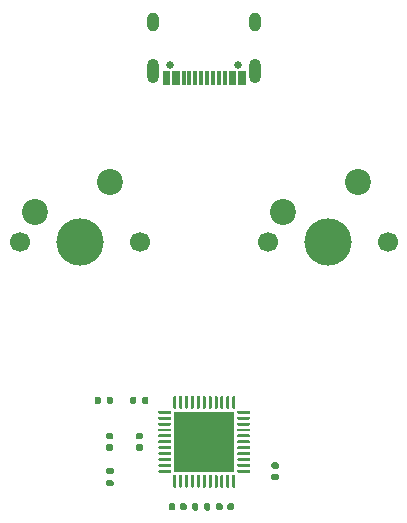
<source format=gbr>
%TF.GenerationSoftware,KiCad,Pcbnew,(5.1.12)-1*%
%TF.CreationDate,2024-07-10T23:31:02+08:00*%
%TF.ProjectId,BKL2x,424b4c32-782e-46b6-9963-61645f706362,1.0*%
%TF.SameCoordinates,Original*%
%TF.FileFunction,Soldermask,Top*%
%TF.FilePolarity,Negative*%
%FSLAX46Y46*%
G04 Gerber Fmt 4.6, Leading zero omitted, Abs format (unit mm)*
G04 Created by KiCad (PCBNEW (5.1.12)-1) date 2024-07-10 23:31:03*
%MOMM*%
%LPD*%
G01*
G04 APERTURE LIST*
%ADD10O,1.000000X2.100000*%
%ADD11O,1.000000X1.600000*%
%ADD12C,0.650000*%
%ADD13R,0.300000X1.150000*%
%ADD14C,1.700000*%
%ADD15C,4.000000*%
%ADD16C,2.200000*%
%ADD17R,5.200000X5.200000*%
G04 APERTURE END LIST*
%TO.C,R6*%
G36*
G01*
X142185000Y-113750000D02*
X141815000Y-113750000D01*
G75*
G02*
X141680000Y-113615000I0J135000D01*
G01*
X141680000Y-113345000D01*
G75*
G02*
X141815000Y-113210000I135000J0D01*
G01*
X142185000Y-113210000D01*
G75*
G02*
X142320000Y-113345000I0J-135000D01*
G01*
X142320000Y-113615000D01*
G75*
G02*
X142185000Y-113750000I-135000J0D01*
G01*
G37*
G36*
G01*
X142185000Y-114770000D02*
X141815000Y-114770000D01*
G75*
G02*
X141680000Y-114635000I0J135000D01*
G01*
X141680000Y-114365000D01*
G75*
G02*
X141815000Y-114230000I135000J0D01*
G01*
X142185000Y-114230000D01*
G75*
G02*
X142320000Y-114365000I0J-135000D01*
G01*
X142320000Y-114635000D01*
G75*
G02*
X142185000Y-114770000I-135000J0D01*
G01*
G37*
%TD*%
%TO.C,R5*%
G36*
G01*
X149980000Y-116685000D02*
X149980000Y-116315000D01*
G75*
G02*
X150115000Y-116180000I135000J0D01*
G01*
X150385000Y-116180000D01*
G75*
G02*
X150520000Y-116315000I0J-135000D01*
G01*
X150520000Y-116685000D01*
G75*
G02*
X150385000Y-116820000I-135000J0D01*
G01*
X150115000Y-116820000D01*
G75*
G02*
X149980000Y-116685000I0J135000D01*
G01*
G37*
G36*
G01*
X148960000Y-116685000D02*
X148960000Y-116315000D01*
G75*
G02*
X149095000Y-116180000I135000J0D01*
G01*
X149365000Y-116180000D01*
G75*
G02*
X149500000Y-116315000I0J-135000D01*
G01*
X149500000Y-116685000D01*
G75*
G02*
X149365000Y-116820000I-135000J0D01*
G01*
X149095000Y-116820000D01*
G75*
G02*
X148960000Y-116685000I0J135000D01*
G01*
G37*
%TD*%
%TO.C,C1*%
G36*
G01*
X144670000Y-110800000D02*
X144330000Y-110800000D01*
G75*
G02*
X144190000Y-110660000I0J140000D01*
G01*
X144190000Y-110380000D01*
G75*
G02*
X144330000Y-110240000I140000J0D01*
G01*
X144670000Y-110240000D01*
G75*
G02*
X144810000Y-110380000I0J-140000D01*
G01*
X144810000Y-110660000D01*
G75*
G02*
X144670000Y-110800000I-140000J0D01*
G01*
G37*
G36*
G01*
X144670000Y-111760000D02*
X144330000Y-111760000D01*
G75*
G02*
X144190000Y-111620000I0J140000D01*
G01*
X144190000Y-111340000D01*
G75*
G02*
X144330000Y-111200000I140000J0D01*
G01*
X144670000Y-111200000D01*
G75*
G02*
X144810000Y-111340000I0J-140000D01*
G01*
X144810000Y-111620000D01*
G75*
G02*
X144670000Y-111760000I-140000J0D01*
G01*
G37*
%TD*%
%TO.C,C2*%
G36*
G01*
X155830000Y-112740000D02*
X156170000Y-112740000D01*
G75*
G02*
X156310000Y-112880000I0J-140000D01*
G01*
X156310000Y-113160000D01*
G75*
G02*
X156170000Y-113300000I-140000J0D01*
G01*
X155830000Y-113300000D01*
G75*
G02*
X155690000Y-113160000I0J140000D01*
G01*
X155690000Y-112880000D01*
G75*
G02*
X155830000Y-112740000I140000J0D01*
G01*
G37*
G36*
G01*
X155830000Y-113700000D02*
X156170000Y-113700000D01*
G75*
G02*
X156310000Y-113840000I0J-140000D01*
G01*
X156310000Y-114120000D01*
G75*
G02*
X156170000Y-114260000I-140000J0D01*
G01*
X155830000Y-114260000D01*
G75*
G02*
X155690000Y-114120000I0J140000D01*
G01*
X155690000Y-113840000D01*
G75*
G02*
X155830000Y-113700000I140000J0D01*
G01*
G37*
%TD*%
%TO.C,C4*%
G36*
G01*
X152510000Y-116330000D02*
X152510000Y-116670000D01*
G75*
G02*
X152370000Y-116810000I-140000J0D01*
G01*
X152090000Y-116810000D01*
G75*
G02*
X151950000Y-116670000I0J140000D01*
G01*
X151950000Y-116330000D01*
G75*
G02*
X152090000Y-116190000I140000J0D01*
G01*
X152370000Y-116190000D01*
G75*
G02*
X152510000Y-116330000I0J-140000D01*
G01*
G37*
G36*
G01*
X151550000Y-116330000D02*
X151550000Y-116670000D01*
G75*
G02*
X151410000Y-116810000I-140000J0D01*
G01*
X151130000Y-116810000D01*
G75*
G02*
X150990000Y-116670000I0J140000D01*
G01*
X150990000Y-116330000D01*
G75*
G02*
X151130000Y-116190000I140000J0D01*
G01*
X151410000Y-116190000D01*
G75*
G02*
X151550000Y-116330000I0J-140000D01*
G01*
G37*
%TD*%
%TO.C,C5*%
G36*
G01*
X147550000Y-116330000D02*
X147550000Y-116670000D01*
G75*
G02*
X147410000Y-116810000I-140000J0D01*
G01*
X147130000Y-116810000D01*
G75*
G02*
X146990000Y-116670000I0J140000D01*
G01*
X146990000Y-116330000D01*
G75*
G02*
X147130000Y-116190000I140000J0D01*
G01*
X147410000Y-116190000D01*
G75*
G02*
X147550000Y-116330000I0J-140000D01*
G01*
G37*
G36*
G01*
X148510000Y-116330000D02*
X148510000Y-116670000D01*
G75*
G02*
X148370000Y-116810000I-140000J0D01*
G01*
X148090000Y-116810000D01*
G75*
G02*
X147950000Y-116670000I0J140000D01*
G01*
X147950000Y-116330000D01*
G75*
G02*
X148090000Y-116190000I140000J0D01*
G01*
X148370000Y-116190000D01*
G75*
G02*
X148510000Y-116330000I0J-140000D01*
G01*
G37*
%TD*%
%TO.C,C6*%
G36*
G01*
X142170000Y-111760000D02*
X141830000Y-111760000D01*
G75*
G02*
X141690000Y-111620000I0J140000D01*
G01*
X141690000Y-111340000D01*
G75*
G02*
X141830000Y-111200000I140000J0D01*
G01*
X142170000Y-111200000D01*
G75*
G02*
X142310000Y-111340000I0J-140000D01*
G01*
X142310000Y-111620000D01*
G75*
G02*
X142170000Y-111760000I-140000J0D01*
G01*
G37*
G36*
G01*
X142170000Y-110800000D02*
X141830000Y-110800000D01*
G75*
G02*
X141690000Y-110660000I0J140000D01*
G01*
X141690000Y-110380000D01*
G75*
G02*
X141830000Y-110240000I140000J0D01*
G01*
X142170000Y-110240000D01*
G75*
G02*
X142310000Y-110380000I0J-140000D01*
G01*
X142310000Y-110660000D01*
G75*
G02*
X142170000Y-110800000I-140000J0D01*
G01*
G37*
%TD*%
D10*
%TO.C,J1*%
X154320000Y-79605000D03*
X145680000Y-79605000D03*
D11*
X154320000Y-75425000D03*
X145680000Y-75425000D03*
D12*
X147110000Y-79105000D03*
X152890000Y-79105000D03*
D13*
X146950000Y-80170000D03*
X147750000Y-80170000D03*
X148250000Y-80170000D03*
X148750000Y-80170000D03*
X149250000Y-80170000D03*
X149750000Y-80170000D03*
X150250000Y-80170000D03*
X150750000Y-80170000D03*
X151250000Y-80170000D03*
X151750000Y-80170000D03*
X152550000Y-80170000D03*
X153350000Y-80170000D03*
X153050000Y-80170000D03*
X152250000Y-80170000D03*
X147450000Y-80170000D03*
X146650000Y-80170000D03*
%TD*%
%TO.C,R3*%
G36*
G01*
X144250000Y-107315000D02*
X144250000Y-107685000D01*
G75*
G02*
X144115000Y-107820000I-135000J0D01*
G01*
X143845000Y-107820000D01*
G75*
G02*
X143710000Y-107685000I0J135000D01*
G01*
X143710000Y-107315000D01*
G75*
G02*
X143845000Y-107180000I135000J0D01*
G01*
X144115000Y-107180000D01*
G75*
G02*
X144250000Y-107315000I0J-135000D01*
G01*
G37*
G36*
G01*
X145270000Y-107315000D02*
X145270000Y-107685000D01*
G75*
G02*
X145135000Y-107820000I-135000J0D01*
G01*
X144865000Y-107820000D01*
G75*
G02*
X144730000Y-107685000I0J135000D01*
G01*
X144730000Y-107315000D01*
G75*
G02*
X144865000Y-107180000I135000J0D01*
G01*
X145135000Y-107180000D01*
G75*
G02*
X145270000Y-107315000I0J-135000D01*
G01*
G37*
%TD*%
%TO.C,R4*%
G36*
G01*
X142280000Y-107315000D02*
X142280000Y-107685000D01*
G75*
G02*
X142145000Y-107820000I-135000J0D01*
G01*
X141875000Y-107820000D01*
G75*
G02*
X141740000Y-107685000I0J135000D01*
G01*
X141740000Y-107315000D01*
G75*
G02*
X141875000Y-107180000I135000J0D01*
G01*
X142145000Y-107180000D01*
G75*
G02*
X142280000Y-107315000I0J-135000D01*
G01*
G37*
G36*
G01*
X141260000Y-107315000D02*
X141260000Y-107685000D01*
G75*
G02*
X141125000Y-107820000I-135000J0D01*
G01*
X140855000Y-107820000D01*
G75*
G02*
X140720000Y-107685000I0J135000D01*
G01*
X140720000Y-107315000D01*
G75*
G02*
X140855000Y-107180000I135000J0D01*
G01*
X141125000Y-107180000D01*
G75*
G02*
X141260000Y-107315000I0J-135000D01*
G01*
G37*
%TD*%
D14*
%TO.C,SW1*%
X144540000Y-94080000D03*
X134380000Y-94080000D03*
D15*
X139460000Y-94080000D03*
D16*
X135650000Y-91540000D03*
X142000000Y-89000000D03*
%TD*%
%TO.C,SW2*%
X163000000Y-89020000D03*
X156650000Y-91560000D03*
D15*
X160460000Y-94100000D03*
D14*
X155380000Y-94100000D03*
X165540000Y-94100000D03*
%TD*%
%TO.C,U1*%
G36*
G01*
X146125000Y-108562500D02*
X146125000Y-108437500D01*
G75*
G02*
X146187500Y-108375000I62500J0D01*
G01*
X147137500Y-108375000D01*
G75*
G02*
X147200000Y-108437500I0J-62500D01*
G01*
X147200000Y-108562500D01*
G75*
G02*
X147137500Y-108625000I-62500J0D01*
G01*
X146187500Y-108625000D01*
G75*
G02*
X146125000Y-108562500I0J62500D01*
G01*
G37*
G36*
G01*
X146125000Y-109062500D02*
X146125000Y-108937500D01*
G75*
G02*
X146187500Y-108875000I62500J0D01*
G01*
X147137500Y-108875000D01*
G75*
G02*
X147200000Y-108937500I0J-62500D01*
G01*
X147200000Y-109062500D01*
G75*
G02*
X147137500Y-109125000I-62500J0D01*
G01*
X146187500Y-109125000D01*
G75*
G02*
X146125000Y-109062500I0J62500D01*
G01*
G37*
G36*
G01*
X146125000Y-109562500D02*
X146125000Y-109437500D01*
G75*
G02*
X146187500Y-109375000I62500J0D01*
G01*
X147137500Y-109375000D01*
G75*
G02*
X147200000Y-109437500I0J-62500D01*
G01*
X147200000Y-109562500D01*
G75*
G02*
X147137500Y-109625000I-62500J0D01*
G01*
X146187500Y-109625000D01*
G75*
G02*
X146125000Y-109562500I0J62500D01*
G01*
G37*
G36*
G01*
X146125000Y-110062500D02*
X146125000Y-109937500D01*
G75*
G02*
X146187500Y-109875000I62500J0D01*
G01*
X147137500Y-109875000D01*
G75*
G02*
X147200000Y-109937500I0J-62500D01*
G01*
X147200000Y-110062500D01*
G75*
G02*
X147137500Y-110125000I-62500J0D01*
G01*
X146187500Y-110125000D01*
G75*
G02*
X146125000Y-110062500I0J62500D01*
G01*
G37*
G36*
G01*
X146125000Y-110562500D02*
X146125000Y-110437500D01*
G75*
G02*
X146187500Y-110375000I62500J0D01*
G01*
X147137500Y-110375000D01*
G75*
G02*
X147200000Y-110437500I0J-62500D01*
G01*
X147200000Y-110562500D01*
G75*
G02*
X147137500Y-110625000I-62500J0D01*
G01*
X146187500Y-110625000D01*
G75*
G02*
X146125000Y-110562500I0J62500D01*
G01*
G37*
G36*
G01*
X146125000Y-111062500D02*
X146125000Y-110937500D01*
G75*
G02*
X146187500Y-110875000I62500J0D01*
G01*
X147137500Y-110875000D01*
G75*
G02*
X147200000Y-110937500I0J-62500D01*
G01*
X147200000Y-111062500D01*
G75*
G02*
X147137500Y-111125000I-62500J0D01*
G01*
X146187500Y-111125000D01*
G75*
G02*
X146125000Y-111062500I0J62500D01*
G01*
G37*
G36*
G01*
X146125000Y-111562500D02*
X146125000Y-111437500D01*
G75*
G02*
X146187500Y-111375000I62500J0D01*
G01*
X147137500Y-111375000D01*
G75*
G02*
X147200000Y-111437500I0J-62500D01*
G01*
X147200000Y-111562500D01*
G75*
G02*
X147137500Y-111625000I-62500J0D01*
G01*
X146187500Y-111625000D01*
G75*
G02*
X146125000Y-111562500I0J62500D01*
G01*
G37*
G36*
G01*
X146125000Y-112062500D02*
X146125000Y-111937500D01*
G75*
G02*
X146187500Y-111875000I62500J0D01*
G01*
X147137500Y-111875000D01*
G75*
G02*
X147200000Y-111937500I0J-62500D01*
G01*
X147200000Y-112062500D01*
G75*
G02*
X147137500Y-112125000I-62500J0D01*
G01*
X146187500Y-112125000D01*
G75*
G02*
X146125000Y-112062500I0J62500D01*
G01*
G37*
G36*
G01*
X146125000Y-112562500D02*
X146125000Y-112437500D01*
G75*
G02*
X146187500Y-112375000I62500J0D01*
G01*
X147137500Y-112375000D01*
G75*
G02*
X147200000Y-112437500I0J-62500D01*
G01*
X147200000Y-112562500D01*
G75*
G02*
X147137500Y-112625000I-62500J0D01*
G01*
X146187500Y-112625000D01*
G75*
G02*
X146125000Y-112562500I0J62500D01*
G01*
G37*
G36*
G01*
X146125000Y-113062500D02*
X146125000Y-112937500D01*
G75*
G02*
X146187500Y-112875000I62500J0D01*
G01*
X147137500Y-112875000D01*
G75*
G02*
X147200000Y-112937500I0J-62500D01*
G01*
X147200000Y-113062500D01*
G75*
G02*
X147137500Y-113125000I-62500J0D01*
G01*
X146187500Y-113125000D01*
G75*
G02*
X146125000Y-113062500I0J62500D01*
G01*
G37*
G36*
G01*
X146125000Y-113562500D02*
X146125000Y-113437500D01*
G75*
G02*
X146187500Y-113375000I62500J0D01*
G01*
X147137500Y-113375000D01*
G75*
G02*
X147200000Y-113437500I0J-62500D01*
G01*
X147200000Y-113562500D01*
G75*
G02*
X147137500Y-113625000I-62500J0D01*
G01*
X146187500Y-113625000D01*
G75*
G02*
X146125000Y-113562500I0J62500D01*
G01*
G37*
G36*
G01*
X147375000Y-114812500D02*
X147375000Y-113862500D01*
G75*
G02*
X147437500Y-113800000I62500J0D01*
G01*
X147562500Y-113800000D01*
G75*
G02*
X147625000Y-113862500I0J-62500D01*
G01*
X147625000Y-114812500D01*
G75*
G02*
X147562500Y-114875000I-62500J0D01*
G01*
X147437500Y-114875000D01*
G75*
G02*
X147375000Y-114812500I0J62500D01*
G01*
G37*
G36*
G01*
X147875000Y-114812500D02*
X147875000Y-113862500D01*
G75*
G02*
X147937500Y-113800000I62500J0D01*
G01*
X148062500Y-113800000D01*
G75*
G02*
X148125000Y-113862500I0J-62500D01*
G01*
X148125000Y-114812500D01*
G75*
G02*
X148062500Y-114875000I-62500J0D01*
G01*
X147937500Y-114875000D01*
G75*
G02*
X147875000Y-114812500I0J62500D01*
G01*
G37*
G36*
G01*
X148375000Y-114812500D02*
X148375000Y-113862500D01*
G75*
G02*
X148437500Y-113800000I62500J0D01*
G01*
X148562500Y-113800000D01*
G75*
G02*
X148625000Y-113862500I0J-62500D01*
G01*
X148625000Y-114812500D01*
G75*
G02*
X148562500Y-114875000I-62500J0D01*
G01*
X148437500Y-114875000D01*
G75*
G02*
X148375000Y-114812500I0J62500D01*
G01*
G37*
G36*
G01*
X148875000Y-114812500D02*
X148875000Y-113862500D01*
G75*
G02*
X148937500Y-113800000I62500J0D01*
G01*
X149062500Y-113800000D01*
G75*
G02*
X149125000Y-113862500I0J-62500D01*
G01*
X149125000Y-114812500D01*
G75*
G02*
X149062500Y-114875000I-62500J0D01*
G01*
X148937500Y-114875000D01*
G75*
G02*
X148875000Y-114812500I0J62500D01*
G01*
G37*
G36*
G01*
X149375000Y-114812500D02*
X149375000Y-113862500D01*
G75*
G02*
X149437500Y-113800000I62500J0D01*
G01*
X149562500Y-113800000D01*
G75*
G02*
X149625000Y-113862500I0J-62500D01*
G01*
X149625000Y-114812500D01*
G75*
G02*
X149562500Y-114875000I-62500J0D01*
G01*
X149437500Y-114875000D01*
G75*
G02*
X149375000Y-114812500I0J62500D01*
G01*
G37*
G36*
G01*
X149875000Y-114812500D02*
X149875000Y-113862500D01*
G75*
G02*
X149937500Y-113800000I62500J0D01*
G01*
X150062500Y-113800000D01*
G75*
G02*
X150125000Y-113862500I0J-62500D01*
G01*
X150125000Y-114812500D01*
G75*
G02*
X150062500Y-114875000I-62500J0D01*
G01*
X149937500Y-114875000D01*
G75*
G02*
X149875000Y-114812500I0J62500D01*
G01*
G37*
G36*
G01*
X150375000Y-114812500D02*
X150375000Y-113862500D01*
G75*
G02*
X150437500Y-113800000I62500J0D01*
G01*
X150562500Y-113800000D01*
G75*
G02*
X150625000Y-113862500I0J-62500D01*
G01*
X150625000Y-114812500D01*
G75*
G02*
X150562500Y-114875000I-62500J0D01*
G01*
X150437500Y-114875000D01*
G75*
G02*
X150375000Y-114812500I0J62500D01*
G01*
G37*
G36*
G01*
X150875000Y-114812500D02*
X150875000Y-113862500D01*
G75*
G02*
X150937500Y-113800000I62500J0D01*
G01*
X151062500Y-113800000D01*
G75*
G02*
X151125000Y-113862500I0J-62500D01*
G01*
X151125000Y-114812500D01*
G75*
G02*
X151062500Y-114875000I-62500J0D01*
G01*
X150937500Y-114875000D01*
G75*
G02*
X150875000Y-114812500I0J62500D01*
G01*
G37*
G36*
G01*
X151375000Y-114812500D02*
X151375000Y-113862500D01*
G75*
G02*
X151437500Y-113800000I62500J0D01*
G01*
X151562500Y-113800000D01*
G75*
G02*
X151625000Y-113862500I0J-62500D01*
G01*
X151625000Y-114812500D01*
G75*
G02*
X151562500Y-114875000I-62500J0D01*
G01*
X151437500Y-114875000D01*
G75*
G02*
X151375000Y-114812500I0J62500D01*
G01*
G37*
G36*
G01*
X151875000Y-114812500D02*
X151875000Y-113862500D01*
G75*
G02*
X151937500Y-113800000I62500J0D01*
G01*
X152062500Y-113800000D01*
G75*
G02*
X152125000Y-113862500I0J-62500D01*
G01*
X152125000Y-114812500D01*
G75*
G02*
X152062500Y-114875000I-62500J0D01*
G01*
X151937500Y-114875000D01*
G75*
G02*
X151875000Y-114812500I0J62500D01*
G01*
G37*
G36*
G01*
X152375000Y-114812500D02*
X152375000Y-113862500D01*
G75*
G02*
X152437500Y-113800000I62500J0D01*
G01*
X152562500Y-113800000D01*
G75*
G02*
X152625000Y-113862500I0J-62500D01*
G01*
X152625000Y-114812500D01*
G75*
G02*
X152562500Y-114875000I-62500J0D01*
G01*
X152437500Y-114875000D01*
G75*
G02*
X152375000Y-114812500I0J62500D01*
G01*
G37*
G36*
G01*
X152800000Y-113562500D02*
X152800000Y-113437500D01*
G75*
G02*
X152862500Y-113375000I62500J0D01*
G01*
X153812500Y-113375000D01*
G75*
G02*
X153875000Y-113437500I0J-62500D01*
G01*
X153875000Y-113562500D01*
G75*
G02*
X153812500Y-113625000I-62500J0D01*
G01*
X152862500Y-113625000D01*
G75*
G02*
X152800000Y-113562500I0J62500D01*
G01*
G37*
G36*
G01*
X152800000Y-113062500D02*
X152800000Y-112937500D01*
G75*
G02*
X152862500Y-112875000I62500J0D01*
G01*
X153812500Y-112875000D01*
G75*
G02*
X153875000Y-112937500I0J-62500D01*
G01*
X153875000Y-113062500D01*
G75*
G02*
X153812500Y-113125000I-62500J0D01*
G01*
X152862500Y-113125000D01*
G75*
G02*
X152800000Y-113062500I0J62500D01*
G01*
G37*
G36*
G01*
X152800000Y-112562500D02*
X152800000Y-112437500D01*
G75*
G02*
X152862500Y-112375000I62500J0D01*
G01*
X153812500Y-112375000D01*
G75*
G02*
X153875000Y-112437500I0J-62500D01*
G01*
X153875000Y-112562500D01*
G75*
G02*
X153812500Y-112625000I-62500J0D01*
G01*
X152862500Y-112625000D01*
G75*
G02*
X152800000Y-112562500I0J62500D01*
G01*
G37*
G36*
G01*
X152800000Y-112062500D02*
X152800000Y-111937500D01*
G75*
G02*
X152862500Y-111875000I62500J0D01*
G01*
X153812500Y-111875000D01*
G75*
G02*
X153875000Y-111937500I0J-62500D01*
G01*
X153875000Y-112062500D01*
G75*
G02*
X153812500Y-112125000I-62500J0D01*
G01*
X152862500Y-112125000D01*
G75*
G02*
X152800000Y-112062500I0J62500D01*
G01*
G37*
G36*
G01*
X152800000Y-111562500D02*
X152800000Y-111437500D01*
G75*
G02*
X152862500Y-111375000I62500J0D01*
G01*
X153812500Y-111375000D01*
G75*
G02*
X153875000Y-111437500I0J-62500D01*
G01*
X153875000Y-111562500D01*
G75*
G02*
X153812500Y-111625000I-62500J0D01*
G01*
X152862500Y-111625000D01*
G75*
G02*
X152800000Y-111562500I0J62500D01*
G01*
G37*
G36*
G01*
X152800000Y-111062500D02*
X152800000Y-110937500D01*
G75*
G02*
X152862500Y-110875000I62500J0D01*
G01*
X153812500Y-110875000D01*
G75*
G02*
X153875000Y-110937500I0J-62500D01*
G01*
X153875000Y-111062500D01*
G75*
G02*
X153812500Y-111125000I-62500J0D01*
G01*
X152862500Y-111125000D01*
G75*
G02*
X152800000Y-111062500I0J62500D01*
G01*
G37*
G36*
G01*
X152800000Y-110562500D02*
X152800000Y-110437500D01*
G75*
G02*
X152862500Y-110375000I62500J0D01*
G01*
X153812500Y-110375000D01*
G75*
G02*
X153875000Y-110437500I0J-62500D01*
G01*
X153875000Y-110562500D01*
G75*
G02*
X153812500Y-110625000I-62500J0D01*
G01*
X152862500Y-110625000D01*
G75*
G02*
X152800000Y-110562500I0J62500D01*
G01*
G37*
G36*
G01*
X152800000Y-110062500D02*
X152800000Y-109937500D01*
G75*
G02*
X152862500Y-109875000I62500J0D01*
G01*
X153812500Y-109875000D01*
G75*
G02*
X153875000Y-109937500I0J-62500D01*
G01*
X153875000Y-110062500D01*
G75*
G02*
X153812500Y-110125000I-62500J0D01*
G01*
X152862500Y-110125000D01*
G75*
G02*
X152800000Y-110062500I0J62500D01*
G01*
G37*
G36*
G01*
X152800000Y-109562500D02*
X152800000Y-109437500D01*
G75*
G02*
X152862500Y-109375000I62500J0D01*
G01*
X153812500Y-109375000D01*
G75*
G02*
X153875000Y-109437500I0J-62500D01*
G01*
X153875000Y-109562500D01*
G75*
G02*
X153812500Y-109625000I-62500J0D01*
G01*
X152862500Y-109625000D01*
G75*
G02*
X152800000Y-109562500I0J62500D01*
G01*
G37*
G36*
G01*
X152800000Y-109062500D02*
X152800000Y-108937500D01*
G75*
G02*
X152862500Y-108875000I62500J0D01*
G01*
X153812500Y-108875000D01*
G75*
G02*
X153875000Y-108937500I0J-62500D01*
G01*
X153875000Y-109062500D01*
G75*
G02*
X153812500Y-109125000I-62500J0D01*
G01*
X152862500Y-109125000D01*
G75*
G02*
X152800000Y-109062500I0J62500D01*
G01*
G37*
G36*
G01*
X152800000Y-108562500D02*
X152800000Y-108437500D01*
G75*
G02*
X152862500Y-108375000I62500J0D01*
G01*
X153812500Y-108375000D01*
G75*
G02*
X153875000Y-108437500I0J-62500D01*
G01*
X153875000Y-108562500D01*
G75*
G02*
X153812500Y-108625000I-62500J0D01*
G01*
X152862500Y-108625000D01*
G75*
G02*
X152800000Y-108562500I0J62500D01*
G01*
G37*
G36*
G01*
X152375000Y-108137500D02*
X152375000Y-107187500D01*
G75*
G02*
X152437500Y-107125000I62500J0D01*
G01*
X152562500Y-107125000D01*
G75*
G02*
X152625000Y-107187500I0J-62500D01*
G01*
X152625000Y-108137500D01*
G75*
G02*
X152562500Y-108200000I-62500J0D01*
G01*
X152437500Y-108200000D01*
G75*
G02*
X152375000Y-108137500I0J62500D01*
G01*
G37*
G36*
G01*
X151875000Y-108137500D02*
X151875000Y-107187500D01*
G75*
G02*
X151937500Y-107125000I62500J0D01*
G01*
X152062500Y-107125000D01*
G75*
G02*
X152125000Y-107187500I0J-62500D01*
G01*
X152125000Y-108137500D01*
G75*
G02*
X152062500Y-108200000I-62500J0D01*
G01*
X151937500Y-108200000D01*
G75*
G02*
X151875000Y-108137500I0J62500D01*
G01*
G37*
G36*
G01*
X151375000Y-108137500D02*
X151375000Y-107187500D01*
G75*
G02*
X151437500Y-107125000I62500J0D01*
G01*
X151562500Y-107125000D01*
G75*
G02*
X151625000Y-107187500I0J-62500D01*
G01*
X151625000Y-108137500D01*
G75*
G02*
X151562500Y-108200000I-62500J0D01*
G01*
X151437500Y-108200000D01*
G75*
G02*
X151375000Y-108137500I0J62500D01*
G01*
G37*
G36*
G01*
X150875000Y-108137500D02*
X150875000Y-107187500D01*
G75*
G02*
X150937500Y-107125000I62500J0D01*
G01*
X151062500Y-107125000D01*
G75*
G02*
X151125000Y-107187500I0J-62500D01*
G01*
X151125000Y-108137500D01*
G75*
G02*
X151062500Y-108200000I-62500J0D01*
G01*
X150937500Y-108200000D01*
G75*
G02*
X150875000Y-108137500I0J62500D01*
G01*
G37*
G36*
G01*
X150375000Y-108137500D02*
X150375000Y-107187500D01*
G75*
G02*
X150437500Y-107125000I62500J0D01*
G01*
X150562500Y-107125000D01*
G75*
G02*
X150625000Y-107187500I0J-62500D01*
G01*
X150625000Y-108137500D01*
G75*
G02*
X150562500Y-108200000I-62500J0D01*
G01*
X150437500Y-108200000D01*
G75*
G02*
X150375000Y-108137500I0J62500D01*
G01*
G37*
G36*
G01*
X149875000Y-108137500D02*
X149875000Y-107187500D01*
G75*
G02*
X149937500Y-107125000I62500J0D01*
G01*
X150062500Y-107125000D01*
G75*
G02*
X150125000Y-107187500I0J-62500D01*
G01*
X150125000Y-108137500D01*
G75*
G02*
X150062500Y-108200000I-62500J0D01*
G01*
X149937500Y-108200000D01*
G75*
G02*
X149875000Y-108137500I0J62500D01*
G01*
G37*
G36*
G01*
X149375000Y-108137500D02*
X149375000Y-107187500D01*
G75*
G02*
X149437500Y-107125000I62500J0D01*
G01*
X149562500Y-107125000D01*
G75*
G02*
X149625000Y-107187500I0J-62500D01*
G01*
X149625000Y-108137500D01*
G75*
G02*
X149562500Y-108200000I-62500J0D01*
G01*
X149437500Y-108200000D01*
G75*
G02*
X149375000Y-108137500I0J62500D01*
G01*
G37*
G36*
G01*
X148875000Y-108137500D02*
X148875000Y-107187500D01*
G75*
G02*
X148937500Y-107125000I62500J0D01*
G01*
X149062500Y-107125000D01*
G75*
G02*
X149125000Y-107187500I0J-62500D01*
G01*
X149125000Y-108137500D01*
G75*
G02*
X149062500Y-108200000I-62500J0D01*
G01*
X148937500Y-108200000D01*
G75*
G02*
X148875000Y-108137500I0J62500D01*
G01*
G37*
G36*
G01*
X148375000Y-108137500D02*
X148375000Y-107187500D01*
G75*
G02*
X148437500Y-107125000I62500J0D01*
G01*
X148562500Y-107125000D01*
G75*
G02*
X148625000Y-107187500I0J-62500D01*
G01*
X148625000Y-108137500D01*
G75*
G02*
X148562500Y-108200000I-62500J0D01*
G01*
X148437500Y-108200000D01*
G75*
G02*
X148375000Y-108137500I0J62500D01*
G01*
G37*
G36*
G01*
X147875000Y-108137500D02*
X147875000Y-107187500D01*
G75*
G02*
X147937500Y-107125000I62500J0D01*
G01*
X148062500Y-107125000D01*
G75*
G02*
X148125000Y-107187500I0J-62500D01*
G01*
X148125000Y-108137500D01*
G75*
G02*
X148062500Y-108200000I-62500J0D01*
G01*
X147937500Y-108200000D01*
G75*
G02*
X147875000Y-108137500I0J62500D01*
G01*
G37*
G36*
G01*
X147375000Y-108137500D02*
X147375000Y-107187500D01*
G75*
G02*
X147437500Y-107125000I62500J0D01*
G01*
X147562500Y-107125000D01*
G75*
G02*
X147625000Y-107187500I0J-62500D01*
G01*
X147625000Y-108137500D01*
G75*
G02*
X147562500Y-108200000I-62500J0D01*
G01*
X147437500Y-108200000D01*
G75*
G02*
X147375000Y-108137500I0J62500D01*
G01*
G37*
D17*
X150000000Y-111000000D03*
%TD*%
M02*

</source>
